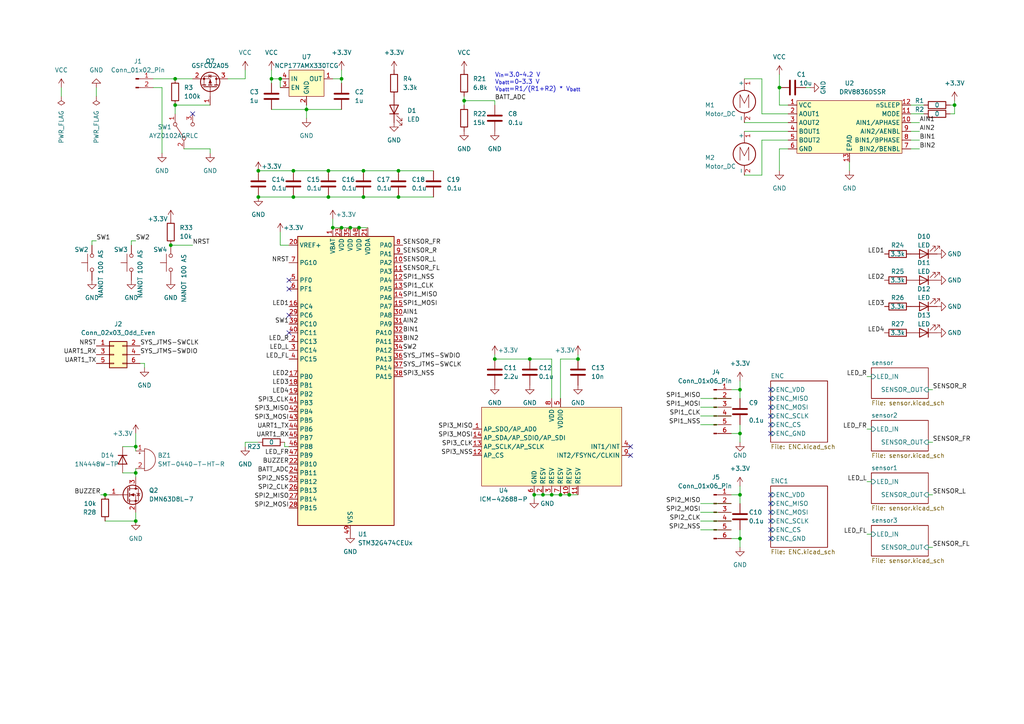
<source format=kicad_sch>
(kicad_sch (version 20230121) (generator eeschema)
  (paper "A4")
  (lib_symbols
    (symbol "Connector:Conn_01x02_Pin" (pin_names (offset 1.016) hide)
      (property "Reference" "J" (at 0 2.54 0))
      (property "Value" "Conn_01x02_Pin" (at 0 -5.08 0))
      (symbol "Conn_01x02_Pin_1_1"
        (pin passive line (at 5.08 0 180) (length 3.81) (name "Pin_1") (number "1"))
        (pin passive line (at 5.08 -2.54 180) (length 3.81) (name "Pin_2") (number "2"))
      )
    )
    (symbol "Connector:Conn_01x06_Pin" (pin_names (offset 1.016) hide)
      (property "Reference" "J" (at 0 7.62 0))
      (property "Value" "Conn_01x06_Pin" (at 0 -10.16 0))
      (symbol "Conn_01x06_Pin_1_1"
        (pin passive line (at 5.08 5.08 180) (length 3.81) (name "Pin_1") (number "1"))
        (pin passive line (at 5.08 2.54 180) (length 3.81) (name "Pin_2") (number "2"))
        (pin passive line (at 5.08 0 180) (length 3.81) (name "Pin_3") (number "3"))
        (pin passive line (at 5.08 -2.54 180) (length 3.81) (name "Pin_4") (number "4"))
        (pin passive line (at 5.08 -5.08 180) (length 3.81) (name "Pin_5") (number "5"))
        (pin passive line (at 5.08 -7.62 180) (length 3.81) (name "Pin_6") (number "6"))
      )
    )
    (symbol "Connector_Generic:Conn_02x03_Odd_Even" (pin_names (offset 1.016) hide)
      (property "Reference" "J" (at 1.27 5.08 0))
      (property "Value" "Conn_02x03_Odd_Even" (at 1.27 -5.08 0))
      (symbol "Conn_02x03_Odd_Even_1_1"
        (pin passive line (at -5.08 2.54 0) (length 3.81) (name "Pin_1") (number "1"))
        (pin passive line (at 7.62 2.54 180) (length 3.81) (name "Pin_2") (number "2"))
        (pin passive line (at -5.08 0 0) (length 3.81) (name "Pin_3") (number "3"))
        (pin passive line (at 7.62 0 180) (length 3.81) (name "Pin_4") (number "4"))
        (pin passive line (at -5.08 -2.54 0) (length 3.81) (name "Pin_5") (number "5"))
        (pin passive line (at 7.62 -2.54 180) (length 3.81) (name "Pin_6") (number "6"))
      )
    )
    (symbol "Device:Buzzer" (pin_names (offset 0.0254) hide)
      (property "Reference" "BZ" (at 3.81 1.27 0))
      (property "Value" "Buzzer" (at 3.81 -1.27 0))
      (symbol "Buzzer_1_1"
        (pin passive line (at -2.54 2.54 0) (length 2.54) (name "-") (number "1"))
        (pin passive line (at -2.54 -2.54 0) (length 2.54) (name "+") (number "2"))
      )
    )
    (symbol "Device:C" (pin_numbers hide) (pin_names (offset 0.254))
      (property "Reference" "C" (at 0.635 2.54 0))
      (property "Value" "C" (at 0.635 -2.54 0))
      (symbol "C_1_1"
        (pin passive line (at 0 3.81 270) (length 2.794) (name "~") (number "1"))
        (pin passive line (at 0 -3.81 90) (length 2.794) (name "~") (number "2"))
      )
    )
    (symbol "Device:D" (pin_numbers hide) (pin_names (offset 1.016) hide)
      (property "Reference" "D" (at 0 2.54 0))
      (property "Value" "D" (at 0 -2.54 0))
      (symbol "D_1_1"
        (pin passive line (at -3.81 0 0) (length 2.54) (name "K") (number "1"))
        (pin passive line (at 3.81 0 180) (length 2.54) (name "A") (number "2"))
      )
    )
    (symbol "Device:LED" (pin_numbers hide) (pin_names (offset 1.016) hide)
      (property "Reference" "D" (at 0 2.54 0))
      (property "Value" "LED" (at 0 -2.54 0))
      (symbol "LED_1_1"
        (pin passive line (at -3.81 0 0) (length 2.54) (name "K") (number "1"))
        (pin passive line (at 3.81 0 180) (length 2.54) (name "A") (number "2"))
      )
    )
    (symbol "Device:Q_NMOS_GSD" (pin_names (offset 0) hide)
      (property "Reference" "Q" (at 5.08 1.27 0))
      (property "Value" "Q_NMOS_GSD" (at 5.08 -1.27 0))
      (symbol "Q_NMOS_GSD_1_1"
        (pin input line (at -5.08 0 0) (length 2.54) (name "G") (number "1"))
        (pin passive line (at 2.54 -5.08 90) (length 2.54) (name "S") (number "2"))
        (pin passive line (at 2.54 5.08 270) (length 2.54) (name "D") (number "3"))
      )
    )
    (symbol "Device:Q_PMOS_GSD" (pin_names (offset 0) hide)
      (property "Reference" "Q" (at 5.08 1.27 0))
      (property "Value" "Q_PMOS_GSD" (at 5.08 -1.27 0))
      (symbol "Q_PMOS_GSD_1_1"
        (pin input line (at -5.08 0 0) (length 2.54) (name "G") (number "1"))
        (pin passive line (at 2.54 -5.08 90) (length 2.54) (name "S") (number "2"))
        (pin passive line (at 2.54 5.08 270) (length 2.54) (name "D") (number "3"))
      )
    )
    (symbol "Device:R" (pin_numbers hide) (pin_names (offset 0))
      (property "Reference" "R" (at 2.032 0 90))
      (property "Value" "R" (at 0 0 90))
      (symbol "R_1_1"
        (pin passive line (at 0 3.81 270) (length 1.27) (name "~") (number "1"))
        (pin passive line (at 0 -3.81 90) (length 1.27) (name "~") (number "2"))
      )
    )
    (symbol "MCU_ST_STM32G4:STM32G474CEUx"
      (property "Reference" "U" (at -12.7 44.45 0))
      (property "Value" "STM32G474CEUx" (at 10.16 44.45 0))
      (symbol "STM32G474CEUx_1_1"
        (pin power_in line (at -2.54 45.72 270) (length 2.54) (name "VBAT") (number "1"))
        (pin bidirectional line (at 17.78 35.56 180) (length 2.54) (name "PA2") (number "10"))
        (pin bidirectional line (at 17.78 33.02 180) (length 2.54) (name "PA3") (number "11"))
        (pin bidirectional line (at 17.78 30.48 180) (length 2.54) (name "PA4") (number "12"))
        (pin bidirectional line (at 17.78 27.94 180) (length 2.54) (name "PA5") (number "13"))
        (pin bidirectional line (at 17.78 25.4 180) (length 2.54) (name "PA6") (number "14"))
        (pin bidirectional line (at 17.78 22.86 180) (length 2.54) (name "PA7") (number "15"))
        (pin bidirectional line (at -15.24 22.86 0) (length 2.54) (name "PC4") (number "16"))
        (pin bidirectional line (at -15.24 2.54 0) (length 2.54) (name "PB0") (number "17"))
        (pin bidirectional line (at -15.24 0 0) (length 2.54) (name "PB1") (number "18"))
        (pin bidirectional line (at -15.24 -2.54 0) (length 2.54) (name "PB2") (number "19"))
        (pin bidirectional line (at -15.24 12.7 0) (length 2.54) (name "PC13") (number "2"))
        (pin input line (at -15.24 40.64 0) (length 2.54) (name "VREF+") (number "20"))
        (pin power_in line (at 7.62 45.72 270) (length 2.54) (name "VDDA") (number "21"))
        (pin bidirectional line (at -15.24 -22.86 0) (length 2.54) (name "PB10") (number "22"))
        (pin power_in line (at 0 45.72 270) (length 2.54) (name "VDD") (number "23"))
        (pin bidirectional line (at -15.24 -25.4 0) (length 2.54) (name "PB11") (number "24"))
        (pin bidirectional line (at -15.24 -27.94 0) (length 2.54) (name "PB12") (number "25"))
        (pin bidirectional line (at -15.24 -30.48 0) (length 2.54) (name "PB13") (number "26"))
        (pin bidirectional line (at -15.24 -33.02 0) (length 2.54) (name "PB14") (number "27"))
        (pin bidirectional line (at -15.24 -35.56 0) (length 2.54) (name "PB15") (number "28"))
        (pin bidirectional line (at -15.24 20.32 0) (length 2.54) (name "PC6") (number "29"))
        (pin bidirectional line (at -15.24 10.16 0) (length 2.54) (name "PC14") (number "3"))
        (pin bidirectional line (at 17.78 20.32 180) (length 2.54) (name "PA8") (number "30"))
        (pin bidirectional line (at 17.78 17.78 180) (length 2.54) (name "PA9") (number "31"))
        (pin bidirectional line (at 17.78 15.24 180) (length 2.54) (name "PA10") (number "32"))
        (pin bidirectional line (at 17.78 12.7 180) (length 2.54) (name "PA11") (number "33"))
        (pin bidirectional line (at 17.78 10.16 180) (length 2.54) (name "PA12") (number "34"))
        (pin power_in line (at 2.54 45.72 270) (length 2.54) (name "VDD") (number "35"))
        (pin bidirectional line (at 17.78 7.62 180) (length 2.54) (name "PA13") (number "36"))
        (pin bidirectional line (at 17.78 5.08 180) (length 2.54) (name "PA14") (number "37"))
        (pin bidirectional line (at 17.78 2.54 180) (length 2.54) (name "PA15") (number "38"))
        (pin bidirectional line (at -15.24 17.78 0) (length 2.54) (name "PC10") (number "39"))
        (pin bidirectional line (at -15.24 7.62 0) (length 2.54) (name "PC15") (number "4"))
        (pin bidirectional line (at -15.24 15.24 0) (length 2.54) (name "PC11") (number "40"))
        (pin bidirectional line (at -15.24 -5.08 0) (length 2.54) (name "PB3") (number "41"))
        (pin bidirectional line (at -15.24 -7.62 0) (length 2.54) (name "PB4") (number "42"))
        (pin bidirectional line (at -15.24 -10.16 0) (length 2.54) (name "PB5") (number "43"))
        (pin bidirectional line (at -15.24 -12.7 0) (length 2.54) (name "PB6") (number "44"))
        (pin bidirectional line (at -15.24 -15.24 0) (length 2.54) (name "PB7") (number "45"))
        (pin bidirectional line (at -15.24 -17.78 0) (length 2.54) (name "PB8") (number "46"))
        (pin bidirectional line (at -15.24 -20.32 0) (length 2.54) (name "PB9") (number "47"))
        (pin power_in line (at 5.08 45.72 270) (length 2.54) (name "VDD") (number "48"))
        (pin power_in line (at 2.54 -43.18 90) (length 2.54) (name "VSS") (number "49"))
        (pin bidirectional line (at -15.24 30.48 0) (length 2.54) (name "PF0") (number "5"))
        (pin bidirectional line (at -15.24 27.94 0) (length 2.54) (name "PF1") (number "6"))
        (pin bidirectional line (at -15.24 35.56 0) (length 2.54) (name "PG10") (number "7"))
        (pin bidirectional line (at 17.78 40.64 180) (length 2.54) (name "PA0") (number "8"))
        (pin bidirectional line (at 17.78 38.1 180) (length 2.54) (name "PA1") (number "9"))
      )
    )
    (symbol "Motor:Motor_DC" (pin_names (offset 0))
      (property "Reference" "M" (at 2.54 2.54 0))
      (property "Value" "Motor_DC" (at 2.54 -5.08 0))
      (symbol "Motor_DC_1_1"
        (pin passive line (at 0 5.08 270) (length 2.54) (name "+") (number "1"))
        (pin passive line (at 0 -7.62 90) (length 2.54) (name "-") (number "2"))
      )
    )
    (symbol "Switch:SW_Push" (pin_numbers hide) (pin_names (offset 1.016) hide)
      (property "Reference" "SW" (at 1.27 2.54 0))
      (property "Value" "SW_Push" (at 0 -1.524 0))
      (symbol "SW_Push_0_1"
        (pin passive line (at -5.08 0 0) (length 2.54) (name "1") (number "1"))
        (pin passive line (at 5.08 0 180) (length 2.54) (name "2") (number "2"))
      )
    )
    (symbol "Switch:SW_SPDT" (pin_names (offset 0) hide)
      (property "Reference" "SW" (at 0 4.318 0))
      (property "Value" "SW_SPDT" (at 0 -5.08 0))
      (symbol "SW_SPDT_1_1"
        (pin passive line (at 5.08 2.54 180) (length 2.54) (name "A") (number "1"))
        (pin passive line (at -5.08 0 0) (length 2.54) (name "B") (number "2"))
        (pin passive line (at 5.08 -2.54 180) (length 2.54) (name "C") (number "3"))
      )
    )
    (symbol "micromouse:DRV8836DSSR"
      (property "Reference" "U" (at 0 2.54 0))
      (property "Value" "DRV8836DSSR" (at -3.81 0 0))
      (symbol "DRV8836DSSR_1_1"
        (pin input line (at -17.78 0 0) (length 2.54) (name "VCC") (number "1"))
        (pin input line (at 17.78 -5.08 180) (length 2.54) (name "AIN1/APHASE") (number "10"))
        (pin input line (at 17.78 -2.54 180) (length 2.54) (name "MODE") (number "11"))
        (pin input line (at 17.78 0 180) (length 2.54) (name "nSLEEP") (number "12"))
        (pin input line (at 0 -16.51 90) (length 2.54) (name "EPAD") (number "13"))
        (pin input line (at -17.78 -2.54 0) (length 2.54) (name "AOUT1") (number "2"))
        (pin input line (at -17.78 -5.08 0) (length 2.54) (name "AOUT2") (number "3"))
        (pin input line (at -17.78 -7.62 0) (length 2.54) (name "BOUT1") (number "4"))
        (pin input line (at -17.78 -10.16 0) (length 2.54) (name "BOUT2") (number "5"))
        (pin input line (at -17.78 -12.7 0) (length 2.54) (name "GND") (number "6"))
        (pin input line (at 17.78 -12.7 180) (length 2.54) (name "BIN2/BENBL") (number "7"))
        (pin input line (at 17.78 -10.16 180) (length 2.54) (name "BIN1/BPHASE") (number "8"))
        (pin input line (at 17.78 -7.62 180) (length 2.54) (name "AIN2/AENBL") (number "9"))
      )
    )
    (symbol "micromouse:ICM-42688-P"
      (property "Reference" "U" (at -17.78 13.97 0))
      (property "Value" "ICM-42688-P" (at 0 11.43 0))
      (symbol "ICM-42688-P_1_1"
        (pin output line (at -22.86 5.08 0) (length 2.54) (name "AP_SDO/AP_AD0") (number "1"))
        (pin input line (at 5.08 -13.97 90) (length 2.54) (name "RESV") (number "10"))
        (pin input line (at 7.62 -13.97 90) (length 2.54) (name "RESV") (number "11"))
        (pin input line (at -22.86 -2.54 0) (length 2.54) (name "AP_CS") (number "12"))
        (pin input line (at -22.86 0 0) (length 2.54) (name "AP_SCLK/AP_SCLK") (number "13"))
        (pin input line (at -22.86 2.54 0) (length 2.54) (name "AP_SDA/AP_SDIO/AP_SDI") (number "14"))
        (pin input line (at -2.54 -13.97 90) (length 2.54) (name "RESV") (number "2"))
        (pin input line (at 0 -13.97 90) (length 2.54) (name "RESV") (number "3"))
        (pin input line (at 22.86 0 180) (length 2.54) (name "INT1/INT") (number "4"))
        (pin power_in line (at 2.54 13.97 270) (length 2.54) (name "VDDIO") (number "5"))
        (pin power_in line (at -5.08 -13.97 90) (length 2.54) (name "GND") (number "6"))
        (pin input line (at 2.54 -13.97 90) (length 2.54) (name "RESV") (number "7"))
        (pin power_in line (at 0 13.97 270) (length 2.54) (name "VDD") (number "8"))
        (pin input line (at 22.86 -2.54 180) (length 2.54) (name "INT2/FSYNC/CLKIN") (number "9"))
      )
    )
    (symbol "micromouse:NCP177AMX330TCG"
      (property "Reference" "U" (at 0 5.08 0))
      (property "Value" "NCP177AMX330TCG" (at 11.43 5.08 0))
      (symbol "NCP177AMX330TCG_1_1"
        (pin power_out line (at 7.62 0 180) (length 2.54) (name "OUT") (number "1"))
        (pin power_in line (at 0 -7.62 90) (length 2.54) (name "GND") (number "2"))
        (pin input line (at -7.62 -2.54 0) (length 2.54) (name "EN") (number "3"))
        (pin power_in line (at -7.62 0 0) (length 2.54) (name "IN") (number "4"))
      )
    )
    (symbol "power:+3.3V" (power) (pin_names (offset 0))
      (property "Value" "+3.3V" (at 0 3.556 0))
      (symbol "+3.3V_1_1"
        (pin power_in line (at 0 0 90) (length 0) hide (name "+3.3V") (number "1"))
      )
    )
    (symbol "power:GND" (power) (pin_names (offset 0))
      (property "Value" "GND" (at 0 -3.81 0))
      (symbol "GND_1_1"
        (pin power_in line (at 0 0 270) (length 0) hide (name "GND") (number "1"))
      )
    )
    (symbol "power:PWR_FLAG" (power) (pin_numbers hide) (pin_names (offset 0) hide)
      (property "Value" "PWR_FLAG" (at 0 3.81 0))
      (symbol "PWR_FLAG_0_0"
        (pin power_out line (at 0 0 90) (length 0) (name "pwr") (number "1"))
      )
    )
    (symbol "power:VCC" (power) (pin_names (offset 0))
      (property "Value" "VCC" (at 0 3.81 0))
      (symbol "VCC_1_1"
        (pin power_in line (at 0 0 90) (length 0) hide (name "VCC") (number "1"))
      )
    )
  )
  (junction (at 99.06 22.86))
  (junction (at 30.48 143.51))
  (junction (at 167.64 104.14))
  (junction (at 39.37 129.54))
  (junction (at 104.14 66.04))
  (junction (at 85.09 57.15))
  (junction (at 214.63 113.03))
  (junction (at 157.48 143.51))
  (junction (at 165.1 143.51))
  (junction (at 143.51 104.14))
  (junction (at 95.25 57.15))
  (junction (at 78.74 22.86))
  (junction (at 115.57 57.15))
  (junction (at 85.09 49.53))
  (junction (at 214.63 125.73))
  (junction (at 99.06 66.04))
  (junction (at 162.56 143.51))
  (junction (at 105.41 49.53))
  (junction (at 160.02 143.51))
  (junction (at 96.52 66.04))
  (junction (at 214.63 143.51))
  (junction (at 115.57 49.53))
  (junction (at 49.53 71.12))
  (junction (at 88.9 31.75))
  (junction (at 134.62 29.21))
  (junction (at 153.67 104.14))
  (junction (at 105.41 57.15))
  (junction (at 214.63 156.21))
  (junction (at 154.94 143.51))
  (junction (at 50.8 22.86))
  (junction (at 95.25 49.53))
  (junction (at 226.06 25.4))
  (junction (at 81.28 22.86))
  (junction (at 39.37 151.13))
  (junction (at 39.37 137.16))
  (junction (at 50.8 30.48))
  (junction (at 276.86 30.48))
  (junction (at 101.6 66.04))
  (junction (at 74.93 49.53))
  (junction (at 74.93 57.15))
  (no_connect (at 223.52 146.05))
  (no_connect (at 182.88 129.54))
  (no_connect (at 223.52 115.57))
  (no_connect (at 83.82 91.44))
  (no_connect (at 223.52 125.73))
  (no_connect (at 83.82 83.82))
  (no_connect (at 83.82 81.28))
  (no_connect (at 83.82 96.52))
  (no_connect (at 182.88 132.08))
  (no_connect (at 223.52 123.19))
  (no_connect (at 223.52 153.67))
  (no_connect (at 223.52 118.11))
  (no_connect (at 55.88 33.02))
  (no_connect (at 223.52 151.13))
  (no_connect (at 223.52 156.21))
  (no_connect (at 223.52 148.59))
  (no_connect (at 223.52 113.03))
  (no_connect (at 223.52 143.51))
  (no_connect (at 223.52 120.65))
  (wire (pts (xy 99.06 20.32) (xy 99.06 22.86)))
  (wire (pts (xy 81.28 22.86) (xy 81.28 25.4)))
  (wire (pts (xy 228.6 30.48) (xy 226.06 30.48)))
  (wire (pts (xy 160.02 143.51) (xy 157.48 143.51)))
  (wire (pts (xy 203.2 120.65) (xy 212.09 120.65)))
  (wire (pts (xy 269.24 143.51) (xy 270.51 143.51)))
  (wire (pts (xy 78.74 20.32) (xy 78.74 22.86)))
  (wire (pts (xy 154.94 143.51) (xy 154.94 144.78)))
  (wire (pts (xy 29.21 143.51) (xy 30.48 143.51)))
  (wire (pts (xy 264.16 30.48) (xy 267.97 30.48)))
  (wire (pts (xy 203.2 153.67) (xy 212.09 153.67)))
  (wire (pts (xy 212.09 125.73) (xy 214.63 125.73)))
  (wire (pts (xy 203.2 115.57) (xy 212.09 115.57)))
  (wire (pts (xy 55.88 71.12) (xy 49.53 71.12)))
  (wire (pts (xy 50.8 22.86) (xy 55.88 22.86)))
  (wire (pts (xy 41.91 105.41) (xy 41.91 106.68)))
  (wire (pts (xy 81.28 67.31) (xy 81.28 71.12)))
  (wire (pts (xy 162.56 143.51) (xy 160.02 143.51)))
  (wire (pts (xy 269.24 128.27) (xy 270.51 128.27)))
  (wire (pts (xy 276.86 30.48) (xy 276.86 29.21)))
  (wire (pts (xy 85.09 57.15) (xy 95.25 57.15)))
  (wire (pts (xy 50.8 30.48) (xy 60.96 30.48)))
  (wire (pts (xy 264.16 40.64) (xy 266.7 40.64)))
  (wire (pts (xy 214.63 110.49) (xy 214.63 113.03)))
  (wire (pts (xy 96.52 66.04) (xy 99.06 66.04)))
  (wire (pts (xy 27.94 69.85) (xy 26.67 69.85)))
  (wire (pts (xy 220.98 33.02) (xy 220.98 22.86)))
  (wire (pts (xy 88.9 31.75) (xy 99.06 31.75)))
  (wire (pts (xy 269.24 158.75) (xy 270.51 158.75)))
  (wire (pts (xy 39.37 125.73) (xy 39.37 129.54)))
  (wire (pts (xy 60.96 43.18) (xy 60.96 44.45)))
  (wire (pts (xy 71.12 22.86) (xy 66.04 22.86)))
  (wire (pts (xy 105.41 57.15) (xy 115.57 57.15)))
  (wire (pts (xy 226.06 25.4) (xy 226.06 30.48)))
  (wire (pts (xy 71.12 128.27) (xy 74.93 128.27)))
  (wire (pts (xy 134.62 27.94) (xy 134.62 29.21)))
  (wire (pts (xy 215.9 35.56) (xy 228.6 35.56)))
  (wire (pts (xy 167.64 143.51) (xy 165.1 143.51)))
  (wire (pts (xy 212.09 143.51) (xy 214.63 143.51)))
  (wire (pts (xy 105.41 49.53) (xy 115.57 49.53)))
  (wire (pts (xy 251.46 124.46) (xy 252.73 124.46)))
  (wire (pts (xy 82.55 129.54) (xy 83.82 129.54)))
  (wire (pts (xy 214.63 156.21) (xy 214.63 158.75)))
  (wire (pts (xy 71.12 129.54) (xy 71.12 128.27)))
  (wire (pts (xy 226.06 43.18) (xy 228.6 43.18)))
  (wire (pts (xy 269.24 113.03) (xy 270.51 113.03)))
  (wire (pts (xy 228.6 40.64) (xy 220.98 40.64)))
  (wire (pts (xy 160.02 115.57) (xy 160.02 104.14)))
  (wire (pts (xy 99.06 22.86) (xy 96.52 22.86)))
  (wire (pts (xy 162.56 115.57) (xy 162.56 104.14)))
  (wire (pts (xy 203.2 148.59) (xy 212.09 148.59)))
  (wire (pts (xy 162.56 104.14) (xy 167.64 104.14)))
  (wire (pts (xy 26.67 69.85) (xy 26.67 71.12)))
  (wire (pts (xy 203.2 118.11) (xy 212.09 118.11)))
  (wire (pts (xy 226.06 49.53) (xy 226.06 43.18)))
  (wire (pts (xy 246.38 46.99) (xy 246.38 49.53)))
  (wire (pts (xy 39.37 135.89) (xy 39.37 137.16)))
  (wire (pts (xy 212.09 156.21) (xy 214.63 156.21)))
  (wire (pts (xy 251.46 139.7) (xy 252.73 139.7)))
  (wire (pts (xy 160.02 104.14) (xy 153.67 104.14)))
  (wire (pts (xy 233.68 25.4) (xy 234.95 25.4)))
  (wire (pts (xy 203.2 123.19) (xy 212.09 123.19)))
  (wire (pts (xy 264.16 35.56) (xy 266.7 35.56)))
  (wire (pts (xy 143.51 102.87) (xy 143.51 104.14)))
  (wire (pts (xy 214.63 125.73) (xy 214.63 128.27)))
  (wire (pts (xy 214.63 123.19) (xy 214.63 125.73)))
  (wire (pts (xy 46.99 44.45) (xy 46.99 25.4)))
  (wire (pts (xy 226.06 21.59) (xy 226.06 25.4)))
  (wire (pts (xy 71.12 20.32) (xy 71.12 22.86)))
  (wire (pts (xy 214.63 143.51) (xy 214.63 146.05)))
  (wire (pts (xy 215.9 38.1) (xy 228.6 38.1)))
  (wire (pts (xy 96.52 63.5) (xy 96.52 66.04)))
  (wire (pts (xy 101.6 66.04) (xy 104.14 66.04)))
  (wire (pts (xy 99.06 22.86) (xy 99.06 24.13)))
  (wire (pts (xy 264.16 43.18) (xy 266.7 43.18)))
  (wire (pts (xy 81.28 71.12) (xy 83.82 71.12)))
  (wire (pts (xy 38.1 69.85) (xy 38.1 71.12)))
  (wire (pts (xy 143.51 29.21) (xy 134.62 29.21)))
  (wire (pts (xy 214.63 140.97) (xy 214.63 143.51)))
  (wire (pts (xy 39.37 151.13) (xy 39.37 148.59)))
  (wire (pts (xy 46.99 25.4) (xy 44.45 25.4)))
  (wire (pts (xy 214.63 113.03) (xy 214.63 115.57)))
  (wire (pts (xy 157.48 143.51) (xy 154.94 143.51)))
  (wire (pts (xy 104.14 66.04) (xy 106.68 66.04)))
  (wire (pts (xy 228.6 33.02) (xy 220.98 33.02)))
  (wire (pts (xy 74.93 49.53) (xy 85.09 49.53)))
  (wire (pts (xy 165.1 143.51) (xy 162.56 143.51)))
  (wire (pts (xy 276.86 33.02) (xy 276.86 30.48)))
  (wire (pts (xy 220.98 22.86) (xy 215.9 22.86)))
  (wire (pts (xy 134.62 29.21) (xy 134.62 30.48)))
  (wire (pts (xy 39.37 69.85) (xy 38.1 69.85)))
  (wire (pts (xy 203.2 151.13) (xy 212.09 151.13)))
  (wire (pts (xy 74.93 57.15) (xy 85.09 57.15)))
  (wire (pts (xy 212.09 113.03) (xy 214.63 113.03)))
  (wire (pts (xy 264.16 38.1) (xy 266.7 38.1)))
  (wire (pts (xy 275.59 30.48) (xy 276.86 30.48)))
  (wire (pts (xy 30.48 143.51) (xy 31.75 143.51)))
  (wire (pts (xy 220.98 40.64) (xy 220.98 50.8)))
  (wire (pts (xy 88.9 31.75) (xy 88.9 34.29)))
  (wire (pts (xy 85.09 49.53) (xy 95.25 49.53)))
  (wire (pts (xy 82.55 128.27) (xy 82.55 129.54)))
  (wire (pts (xy 99.06 66.04) (xy 101.6 66.04)))
  (wire (pts (xy 44.45 22.86) (xy 50.8 22.86)))
  (wire (pts (xy 78.74 22.86) (xy 78.74 24.13)))
  (wire (pts (xy 167.64 102.87) (xy 167.64 104.14)))
  (wire (pts (xy 115.57 49.53) (xy 125.73 49.53)))
  (wire (pts (xy 88.9 30.48) (xy 88.9 31.75)))
  (wire (pts (xy 50.8 33.02) (xy 50.8 30.48)))
  (wire (pts (xy 95.25 57.15) (xy 105.41 57.15)))
  (wire (pts (xy 115.57 57.15) (xy 125.73 57.15)))
  (wire (pts (xy 53.34 43.18) (xy 60.96 43.18)))
  (wire (pts (xy 40.64 105.41) (xy 41.91 105.41)))
  (wire (pts (xy 35.56 129.54) (xy 39.37 129.54)))
  (wire (pts (xy 143.51 30.48) (xy 143.51 29.21)))
  (wire (pts (xy 251.46 154.94) (xy 252.73 154.94)))
  (wire (pts (xy 30.48 151.13) (xy 39.37 151.13)))
  (wire (pts (xy 203.2 146.05) (xy 212.09 146.05)))
  (wire (pts (xy 78.74 22.86) (xy 81.28 22.86)))
  (wire (pts (xy 35.56 137.16) (xy 39.37 137.16)))
  (wire (pts (xy 264.16 33.02) (xy 267.97 33.02)))
  (wire (pts (xy 39.37 137.16) (xy 39.37 138.43)))
  (wire (pts (xy 95.25 49.53) (xy 105.41 49.53)))
  (wire (pts (xy 214.63 153.67) (xy 214.63 156.21)))
  (wire (pts (xy 27.94 27.94) (xy 27.94 25.4)))
  (wire (pts (xy 251.46 109.22) (xy 252.73 109.22)))
  (wire (pts (xy 220.98 50.8) (xy 215.9 50.8)))
  (wire (pts (xy 39.37 129.54) (xy 39.37 130.81)))
  (wire (pts (xy 78.74 31.75) (xy 88.9 31.75)))
  (wire (pts (xy 153.67 104.14) (xy 143.51 104.14)))
  (wire (pts (xy 17.78 25.4) (xy 17.78 27.94)))
  (wire (pts (xy 275.59 33.02) (xy 276.86 33.02)))
  (text "V_{in}=3.0~4.2 V\nV_{batt}=0~3.3 V\nV_{batt}=R1/(R1+R2) * V_{batt}" (at 143.51 26.67 0) (effects (font (size 1.27 1.27)) (justify left bottom)))
  (label "SPI1_CLK" (at 203.2 120.65 180))
  (label "LED_FL" (at 83.82 104.14 180))
  (label "SENSOR_L" (at 270.51 143.51 0))
  (label "SPI1_MISO" (at 116.84 86.36 0))
  (label "LED_L" (at 83.82 101.6 180))
  (label "LED2" (at 83.82 109.22 180))
  (label "LED3" (at 83.82 111.76 180))
  (label "SENSOR_FR" (at 270.51 128.27 0))
  (label "SYS_JTMS-SWDIO" (at 40.64 102.87 0))
  (label "LED_FL" (at 251.46 154.94 180))
  (label "NRST" (at 27.94 100.33 180))
  (label "LED_R" (at 83.82 99.06 180))
  (label "LED2" (at 256.54 81.28 180))
  (label "LED_FR" (at 83.82 132.08 180))
  (label "LED_FR" (at 251.46 124.46 180))
  (label "LED1" (at 83.82 88.9 180))
  (label "SPI2_CLK" (at 203.2 151.13 180))
  (label "SW2" (at 39.37 69.85 0))
  (label "SENSOR_FR" (at 116.84 71.12 0))
  (label "SPI3_MISO" (at 137.16 124.46 180))
  (label "SPI2_CLK" (at 83.82 142.24 180))
  (label "LED4" (at 83.82 114.3 180))
  (label "SPI2_NSS" (at 203.2 153.67 180))
  (label "SPI2_NSS" (at 83.82 139.7 180))
  (label "SENSOR_R" (at 270.51 113.03 0))
  (label "SENSOR_L" (at 116.84 76.2 0))
  (label "NRST" (at 55.88 71.12 0))
  (label "LED_R" (at 251.46 109.22 180))
  (label "AIN2" (at 266.7 38.1 0))
  (label "BIN2" (at 116.84 99.06 0))
  (label "BATT_ADC" (at 83.82 137.16 180))
  (label "BIN1" (at 266.7 40.64 0))
  (label "UART1_RX" (at 27.94 102.87 180))
  (label "BIN2" (at 266.7 43.18 0))
  (label "LED1" (at 256.54 73.66 180))
  (label "SYS_JTMS-SWCLK" (at 116.84 106.68 0))
  (label "SPI3_MOSI" (at 83.82 121.92 180))
  (label "UART1_TX" (at 27.94 105.41 180))
  (label "SENSOR_FL" (at 270.51 158.75 0))
  (label "SPI1_MISO" (at 203.2 115.57 180))
  (label "SPI1_NSS" (at 116.84 81.28 0))
  (label "SPI1_CLK" (at 116.84 83.82 0))
  (label "SW2" (at 116.84 101.6 0))
  (label "SPI3_MOSI" (at 137.16 127 180))
  (label "SPI1_MOSI" (at 203.2 118.11 180))
  (label "BIN1" (at 116.84 96.52 0))
  (label "SW1" (at 27.94 69.85 0))
  (label "SPI2_MISO" (at 83.82 144.78 180))
  (label "SYS_JTMS-SWCLK" (at 40.64 100.33 0))
  (label "SPI3_NSS" (at 116.84 109.22 0))
  (label "NRST" (at 83.82 76.2 180))
  (label "SPI3_MISO" (at 83.82 119.38 180))
  (label "BUZZER" (at 29.21 143.51 180))
  (label "SYS_JTMS-SWDIO" (at 116.84 104.14 0))
  (label "SPI2_MISO" (at 203.2 146.05 180))
  (label "LED_L" (at 251.46 139.7 180))
  (label "SPI3_NSS" (at 137.16 132.08 180))
  (label "BUZZER" (at 83.82 134.62 180))
  (label "SENSOR_R" (at 116.84 73.66 0))
  (label "AIN1" (at 116.84 91.44 0))
  (label "SPI1_NSS" (at 203.2 123.19 180))
  (label "AIN2" (at 116.84 93.98 0))
  (label "AIN1" (at 266.7 35.56 0))
  (label "LED4" (at 256.54 96.52 180))
  (label "UART1_TX" (at 83.82 124.46 180))
  (label "SPI3_CLK" (at 83.82 116.84 180))
  (label "LED3" (at 256.54 88.9 180))
  (label "BATT_ADC" (at 143.51 29.21 0))
  (label "SENSOR_FL" (at 116.84 78.74 0))
  (label "UART1_RX" (at 83.82 127 180))
  (label "SPI2_MOSI" (at 203.2 148.59 180))
  (label "SPI2_MOSI" (at 83.82 147.32 180))
  (label "SPI3_CLK" (at 137.16 129.54 180))
  (label "SPI1_MOSI" (at 116.84 88.9 0))
  (label "SW1" (at 83.82 93.98 180))
  (symbol (lib_id "Device:C") (at 105.41 53.34 0) (unit 1)
    (property "Reference" "C17" (at 109.22 52.07 0) (effects (justify left)))
    (property "Value" "0.1u" (at 109.22 54.61 0) (effects (justify left)))
    (property "Footprint" "Capacitor_SMD:C_0402_1005Metric" (effects hide))
  )
  (symbol (lib_id "power:VCC") (at 17.78 25.4 0) (unit 1)
    (property "Reference" "#PWR08" (effects hide))
    (property "Value" "VCC" (at 17.78 20.32 0))
  )
  (symbol (lib_id "Device:C") (at 214.63 119.38 0) (unit 1)
    (property "Reference" "C9" (at 217.17 116.84 0) (effects (justify left)))
    (property "Value" "0.1u" (at 217.17 121.92 0) (effects (justify left)))
    (property "Footprint" "Capacitor_SMD:C_0402_1005Metric" (effects hide))
  )
  (symbol (lib_id "power:GND") (at 234.95 25.4 90) (unit 1)
    (property "Reference" "#PWR04" (effects hide))
    (property "Value" "GND" (at 238.76 25.4 0))
  )
  (symbol (lib_id "Device:C") (at 143.51 34.29 0) (unit 1)
    (property "Reference" "C8" (at 147.32 33.02 0) (effects (justify left)))
    (property "Value" "0.1u" (at 147.32 35.56 0) (effects (justify left)))
    (property "Footprint" "Capacitor_SMD:C_0402_1005Metric" (effects hide))
  )
  (symbol (lib_id "power:GND") (at 167.64 111.76 0) (unit 1)
    (property "Reference" "#PWR052" (effects hide))
    (property "Value" "GND" (at 167.64 116.84 0))
  )
  (symbol (lib_id "power:GND") (at 39.37 151.13 0) (unit 1)
    (property "Reference" "#PWR058" (effects hide))
    (property "Value" "GND" (at 39.37 156.21 0))
  )
  (symbol (lib_id "power:GND") (at 153.67 111.76 0) (unit 1)
    (property "Reference" "#PWR051" (effects hide))
    (property "Value" "GND" (at 153.67 116.84 0))
  )
  (symbol (lib_id "power:PWR_FLAG") (at 17.78 27.94 180) (unit 1)
    (property "Reference" "#FLG01" (effects hide))
    (property "Value" "PWR_FLAG" (at 17.78 36.83 90))
  )
  (symbol (lib_id "power:GND") (at 143.51 111.76 0) (unit 1)
    (property "Reference" "#PWR050" (effects hide))
    (property "Value" "GND" (at 143.51 116.84 0))
  )
  (symbol (lib_id "Motor:Motor_DC") (at 215.9 27.94 0) (unit 1)
    (property "Reference" "M1" (at 204.47 30.48 0) (effects (justify left)))
    (property "Value" "Motor_DC" (at 204.47 33.02 0) (effects (justify left)))
    (property "Footprint" "micromouse:Motor_PAD" (effects hide))
  )
  (symbol (lib_id "Device:R") (at 271.78 33.02 90) (unit 1)
    (property "Reference" "R2" (at 266.7 31.75 90))
    (property "Value" "0" (at 271.78 33.02 90))
    (property "Footprint" "Resistor_SMD:R_0402_1005Metric" (effects hide))
  )
  (symbol (lib_id "Device:R") (at 49.53 67.31 0) (unit 1)
    (property "Reference" "R33" (at 52.07 66.04 0) (effects (justify left)))
    (property "Value" "10k" (at 52.07 68.58 0) (effects (justify left)))
    (property "Footprint" "Resistor_SMD:R_0402_1005Metric" (effects hide))
  )
  (symbol (lib_id "Device:Buzzer") (at 41.91 133.35 0) (unit 1)
    (property "Reference" "BZ1" (at 45.72 132.08 0) (effects (justify left)))
    (property "Value" "SMT-0440-T-HT-R" (at 45.72 134.62 0) (effects (justify left)))
    (property "Footprint" "micromouse:SMT-0440-T-HT-R" (effects hide))
    (property "order_URL" "https://www.digikey.jp/ja/products/detail/pui-audio-inc/SMT-0440-T-HT-R/13165922" (effects hide))
  )
  (symbol (lib_id "Device:C") (at 99.06 27.94 0) (unit 1)
    (property "Reference" "C2" (at 102.87 26.67 0) (effects (justify left)))
    (property "Value" "1u" (at 102.87 29.21 0) (effects (justify left)))
    (property "Footprint" "Capacitor_SMD:C_0402_1005Metric" (effects hide))
  )
  (symbol (lib_id "Device:C") (at 78.74 27.94 0) (unit 1)
    (property "Reference" "C3" (at 72.39 26.67 0) (effects (justify left)))
    (property "Value" "1u" (at 72.39 29.21 0) (effects (justify left)))
    (property "Footprint" "Capacitor_SMD:C_0402_1005Metric" (effects hide))
  )
  (symbol (lib_id "power:GND") (at 246.38 49.53 0) (unit 1)
    (property "Reference" "#PWR01" (effects hide))
    (property "Value" "GND" (at 246.38 54.61 0))
  )
  (symbol (lib_id "power:GND") (at 27.94 25.4 180) (unit 1)
    (property "Reference" "#PWR09" (effects hide))
    (property "Value" "GND" (at 27.94 20.32 0))
  )
  (symbol (lib_id "power:VCC") (at 134.62 20.32 0) (unit 1)
    (property "Reference" "#PWR037" (effects hide))
    (property "Value" "VCC" (at 134.62 15.24 0))
  )
  (symbol (lib_id "MCU_ST_STM32G4:STM32G474CEUx") (at 99.06 111.76 0) (unit 1)
    (property "Reference" "U1" (at 103.7941 154.94 0) (effects (justify left)))
    (property "Value" "STM32G474CEUx" (at 103.7941 157.48 0) (effects (justify left)))
    (property "Footprint" "Package_DFN_QFN:QFN-48-1EP_7x7mm_P0.5mm_EP5.6x5.6mm" (effects hide))
    (property "Datasheet" "https://www.st.com/resource/en/datasheet/stm32g474ce.pdf" (effects hide))
    (property "order_URL" "https://www.digikey.jp/ja/products/detail/stmicroelectronics/STM32G474CEU6/10326774" (effects hide))
  )
  (symbol (lib_id "power:PWR_FLAG") (at 27.94 27.94 180) (unit 1)
    (property "Reference" "#FLG02" (effects hide))
    (property "Value" "PWR_FLAG" (at 27.94 36.83 90))
  )
  (symbol (lib_id "Switch:SW_Push") (at 38.1 76.2 90) (unit 1)
    (property "Reference" "SW3" (at 33.02 72.39 90) (effects (justify right)))
    (property "Value" "NANOT 100 AS" (at 40.64 72.39 0) (effects (justify right)))
    (property "Footprint" "micromouse:NANOT 100 AS" (effects hide))
    (property "Datasheet" "https://www.ckswitches.com/media/2866/nanot.pdf" (effects hide))
    (property "order_URL" "https://www.digikey.jp/ja/products/detail/c-k/NANOT-100-AS/13182468" (effects hide))
  )
  (symbol (lib_id "power:GND") (at 71.12 129.54 0) (unit 1)
    (property "Reference" "#PWR010" (effects hide))
    (property "Value" "GND" (at 71.12 134.62 0))
  )
  (symbol (lib_id "Device:R") (at 50.8 26.67 0) (unit 1)
    (property "Reference" "R3" (at 53.34 25.4 0) (effects (justify left)))
    (property "Value" "100k" (at 53.34 27.94 0) (effects (justify left)))
    (property "Footprint" "Resistor_SMD:R_0402_1005Metric" (effects hide))
  )
  (symbol (lib_id "Motor:Motor_DC") (at 215.9 43.18 0) (unit 1)
    (property "Reference" "M2" (at 204.47 45.72 0) (effects (justify left)))
    (property "Value" "Motor_DC" (at 204.47 48.26 0) (effects (justify left)))
    (property "Footprint" "micromouse:Motor_PAD" (effects hide))
  )
  (symbol (lib_id "power:GND") (at 60.96 44.45 0) (unit 1)
    (property "Reference" "#PWR06" (effects hide))
    (property "Value" "GND" (at 60.96 49.53 0))
  )
  (symbol (lib_id "power:GND") (at 226.06 49.53 0) (unit 1)
    (property "Reference" "#PWR02" (effects hide))
    (property "Value" "GND" (at 226.06 54.61 0))
  )
  (symbol (lib_id "Connector:Conn_01x02_Pin") (at 39.37 22.86 0) (unit 1)
    (property "Reference" "J1" (at 40.005 17.78 0))
    (property "Value" "Conn_01x02_Pin" (at 40.005 20.32 0))
    (property "Footprint" "Connector_JST:JST_PH_B2B-PH-K_1x02_P2.00mm_Vertical" (effects hide))
  )
  (symbol (lib_id "Switch:SW_Push") (at 49.53 76.2 90) (unit 1)
    (property "Reference" "SW4" (at 44.45 72.39 90) (effects (justify right)))
    (property "Value" "NANOT 100 AS" (at 53.34 73.66 0) (effects (justify right)))
    (property "Footprint" "micromouse:NANOT 100 AS" (effects hide))
    (property "Datasheet" "https://www.ckswitches.com/media/2866/nanot.pdf" (effects hide))
    (property "order_URL" "https://www.digikey.jp/ja/products/detail/c-k/NANOT-100-AS/13182468" (effects hide))
  )
  (symbol (lib_id "power:VCC") (at 78.74 20.32 0) (unit 1)
    (property "Reference" "#PWR012" (effects hide))
    (property "Value" "VCC" (at 78.74 15.24 0))
  )
  (symbol (lib_id "Device:R") (at 134.62 24.13 0) (unit 1)
    (property "Reference" "R21" (at 137.16 22.86 0) (effects (justify left)))
    (property "Value" "6.8k" (at 137.16 25.4 0) (effects (justify left)))
    (property "Footprint" "Resistor_SMD:R_0402_1005Metric" (effects hide))
  )
  (symbol (lib_id "Device:C") (at 153.67 107.95 0) (unit 1)
    (property "Reference" "C12" (at 156.21 106.68 0) (effects (justify left)))
    (property "Value" "0.1u" (at 156.21 109.22 0) (effects (justify left)))
    (property "Footprint" "Capacitor_SMD:C_0402_1005Metric" (effects hide))
  )
  (symbol (lib_id "micromouse:ICM-42688-P") (at 160.02 129.54 0) (unit 1)
    (property "Reference" "U4" (at 146.05 142.24 0))
    (property "Value" "ICM-42688-P" (at 146.05 144.78 0))
    (property "Footprint" "Package_LGA:LGA-14_3x2.5mm_P0.5mm_LayoutBorder3x4y" (effects hide))
    (property "Datasheet" "https://mm.digikey.com/Volume0/opasdata/d220001/medias/docus/495/ICM-42688-P_DS_Rev1.2.pdf" (effects hide))
    (property "order_URL" "https://www.digikey.jp/ja/products/detail/tdk-invensense/ICM-42688-P/10824934" (effects hide))
  )
  (symbol (lib_id "Device:R") (at 260.35 96.52 270) (unit 1)
    (property "Reference" "R27" (at 260.35 93.98 90))
    (property "Value" "3.3k" (at 260.35 96.52 90))
    (property "Footprint" "Resistor_SMD:R_0402_1005Metric" (effects hide))
  )
  (symbol (lib_id "Device:C") (at 143.51 107.95 0) (unit 1)
    (property "Reference" "C11" (at 146.05 106.68 0) (effects (justify left)))
    (property "Value" "2.2u" (at 146.05 109.22 0) (effects (justify left)))
    (property "Footprint" "Capacitor_SMD:C_0402_1005Metric" (effects hide))
  )
  (symbol (lib_id "Device:C") (at 167.64 107.95 0) (unit 1)
    (property "Reference" "C13" (at 171.45 106.68 0) (effects (justify left)))
    (property "Value" "10n" (at 171.45 109.22 0) (effects (justify left)))
    (property "Footprint" "Capacitor_SMD:C_0402_1005Metric" (effects hide))
  )
  (symbol (lib_id "power:GND") (at 101.6 154.94 0) (unit 1)
    (property "Reference" "#PWR048" (effects hide))
    (property "Value" "GND" (at 101.6 160.02 0))
  )
  (symbol (lib_id "power:GND") (at 49.53 81.28 0) (unit 1)
    (property "Reference" "#PWR062" (effects hide))
    (property "Value" "GND" (at 49.53 86.36 0))
  )
  (symbol (lib_id "power:+3.3V") (at 114.3 20.32 0) (unit 1)
    (property "Reference" "#PWR014" (effects hide))
    (property "Value" "+3.3V" (at 114.3 15.24 0))
  )
  (symbol (lib_id "power:+3.3V") (at 276.86 29.21 0) (unit 1)
    (property "Reference" "#PWR065" (effects hide))
    (property "Value" "+3.3V" (at 276.86 24.13 0))
  )
  (symbol (lib_id "Device:LED") (at 114.3 31.75 90) (unit 1)
    (property "Reference" "D1" (at 118.11 32.0675 90) (effects (justify right)))
    (property "Value" "LED" (at 118.11 34.6075 90) (effects (justify right)))
    (property "Footprint" "LED_SMD:LED_0402_1005Metric_Pad0.77x0.64mm_HandSolder" (effects hide))
    (property "order_URL" "https://akizukidenshi.com/catalog/g/gI-08275/" (effects hide))
  )
  (symbol (lib_id "micromouse:DRV8836DSSR") (at 246.38 30.48 0) (unit 1)
    (property "Reference" "U2" (at 246.38 24.13 0))
    (property "Value" "DRV8836DSSR" (at 250.19 26.67 0))
    (property "Footprint" "Package_SON:WSON-12-1EP_3x2mm_P0.5mm_EP1x2.65" (effects hide))
    (property "Datasheet" "https://www.ti.com/lit/ds/symlink/drv8836.pdf?HQS=dis-dk-null-digikeymode-dsf-pf-null-wwe&ts=1693798815443&ref_url=https%253A%252F%252Fwww.ti.com%252Fgeneral%252Fdocs%252Fsuppproductinfo.tsp%253FdistId%253D10%2526gotoUrl%253Dhttps%253A%252F%252Fwww.ti.com%252Flit%252Fgpn%252Fdrv8836" (effects hide))
    (property "order_URL" "https://www.digikey.jp/ja/products/detail/texas-instruments/DRV8836DSSR/3088190" (effects hide))
  )
  (symbol (lib_id "power:+3.3V") (at 49.53 63.5 0) (unit 1)
    (property "Reference" "#PWR063" (effects hide))
    (property "Value" "+3.3V" (at 45.72 63.5 0))
  )
  (symbol (lib_id "power:GND") (at 134.62 38.1 0) (unit 1)
    (property "Reference" "#PWR036" (effects hide))
    (property "Value" "GND" (at 134.62 43.18 0))
  )
  (symbol (lib_id "power:+3.3V") (at 214.63 140.97 0) (unit 1)
    (property "Reference" "#PWR056" (effects hide))
    (property "Value" "+3.3V" (at 214.63 135.89 0))
  )
  (symbol (lib_id "power:GND") (at 271.78 73.66 90) (unit 1)
    (property "Reference" "#PWR043" (effects hide))
    (property "Value" "GND" (at 276.86 73.66 90))
  )
  (symbol (lib_id "Switch:SW_SPDT") (at 53.34 38.1 90) (unit 1)
    (property "Reference" "SW1" (at 45.72 36.83 90) (effects (justify right)))
    (property "Value" "AYZ0102AGRLC" (at 43.18 39.37 90) (effects (justify right)))
    (property "Footprint" "micromouse:AYZ0102AGRLC" (effects hide))
    (property "Datasheet" "https://www.ckswitches.com/media/1431/ayz.pdf" (effects hide))
    (property "order_URL" "https://www.digikey.jp/ja/products/detail/c-k/AYZ0102AGRLC/1640108" (effects hide))
  )
  (symbol (lib_id "power:GND") (at 214.63 158.75 0) (unit 1)
    (property "Reference" "#PWR057" (effects hide))
    (property "Value" "GND" (at 214.63 163.83 0))
  )
  (symbol (lib_id "power:GND") (at 271.78 81.28 90) (unit 1)
    (property "Reference" "#PWR044" (effects hide))
    (property "Value" "GND" (at 276.86 81.28 90))
  )
  (symbol (lib_id "Device:R") (at 134.62 34.29 0) (unit 1)
    (property "Reference" "R22" (at 137.16 33.02 0) (effects (justify left)))
    (property "Value" "15k" (at 137.16 35.56 0) (effects (justify left)))
    (property "Footprint" "Resistor_SMD:R_0402_1005Metric" (effects hide))
  )
  (symbol (lib_id "power:+3.3V") (at 167.64 102.87 0) (unit 1)
    (property "Reference" "#PWR053" (effects hide))
    (property "Value" "+3.3V" (at 163.83 101.6 0))
  )
  (symbol (lib_id "power:GND") (at 46.99 44.45 0) (unit 1)
    (property "Reference" "#PWR05" (effects hide))
    (property "Value" "GND" (at 46.99 49.53 0))
  )
  (symbol (lib_id "Device:LED") (at 267.97 73.66 180) (unit 1)
    (property "Reference" "D10" (at 267.97 68.58 0))
    (property "Value" "LED" (at 267.97 71.12 0))
    (property "Footprint" "LED_SMD:LED_0402_1005Metric_Pad0.77x0.64mm_HandSolder" (effects hide))
  )
  (symbol (lib_id "Device:C") (at 95.25 53.34 0) (unit 1)
    (property "Reference" "C16" (at 99.06 52.07 0) (effects (justify left)))
    (property "Value" "0.1u" (at 99.06 54.61 0) (effects (justify left)))
    (property "Footprint" "Capacitor_SMD:C_0402_1005Metric" (effects hide))
  )
  (symbol (lib_id "power:GND") (at 271.78 96.52 90) (unit 1)
    (property "Reference" "#PWR046" (effects hide))
    (property "Value" "GND" (at 276.86 96.52 90))
  )
  (symbol (lib_id "power:+3.3V") (at 74.93 49.53 0) (unit 1)
    (property "Reference" "#PWR042" (effects hide))
    (property "Value" "+3.3V" (at 78.74 48.26 0))
  )
  (symbol (lib_id "Device:R") (at 30.48 147.32 180) (unit 1)
    (property "Reference" "R28" (at 27.94 148.59 0) (effects (justify left)))
    (property "Value" "10k" (at 27.94 146.05 0) (effects (justify left)))
    (property "Footprint" "Resistor_SMD:R_0402_1005Metric" (effects hide))
  )
  (symbol (lib_id "Connector:Conn_01x06_Pin") (at 207.01 148.59 0) (unit 1)
    (property "Reference" "J5" (at 207.645 138.43 0))
    (property "Value" "Conn_01x06_Pin" (at 204.47 140.97 0))
    (property "Footprint" "micromouse:ENC_CONN" (effects hide))
  )
  (symbol (lib_id "Device:Q_NMOS_GSD") (at 36.83 143.51 0) (unit 1)
    (property "Reference" "Q2" (at 43.18 142.24 0) (effects (justify left)))
    (property "Value" "DMN63D8L-7" (at 43.18 144.78 0) (effects (justify left)))
    (property "Footprint" "Package_TO_SOT_SMD:SOT-23" (effects hide))
    (property "Datasheet" "https://www.diodes.com/assets/Datasheets/DMN63D8L.pdf" (effects hide))
    (property "order_URL" "https://www.digikey.jp/ja/products/detail/diodes-incorporated/DMN63D8L-7/5699705" (effects hide))
  )
  (symbol (lib_id "power:GND") (at 41.91 106.68 0) (unit 1)
    (property "Reference" "#PWR039" (effects hide))
    (property "Value" "GND" (at 41.91 111.76 0))
  )
  (symbol (lib_id "power:GND") (at 154.94 144.78 0) (unit 1)
    (property "Reference" "#PWR049" (effects hide))
    (property "Value" "GND" (at 158.75 146.05 0))
  )
  (symbol (lib_id "Device:C") (at 115.57 53.34 0) (unit 1)
    (property "Reference" "C18" (at 119.38 52.07 0) (effects (justify left)))
    (property "Value" "0.1u" (at 119.38 54.61 0) (effects (justify left)))
    (property "Footprint" "Capacitor_SMD:C_0402_1005Metric" (effects hide))
  )
  (symbol (lib_id "Device:R") (at 114.3 24.13 0) (unit 1)
    (property "Reference" "R4" (at 116.84 22.86 0) (effects (justify left)))
    (property "Value" "3.3k" (at 116.84 25.4 0) (effects (justify left)))
    (property "Footprint" "Resistor_SMD:R_0402_1005Metric" (effects hide))
  )
  (symbol (lib_id "Device:R") (at 271.78 30.48 90) (unit 1)
    (property "Reference" "R1" (at 266.7 29.21 90))
    (property "Value" "0" (at 271.78 30.48 90))
    (property "Footprint" "Resistor_SMD:R_0402_1005Metric" (effects hide))
  )
  (symbol (lib_id "Connector_Generic:Conn_02x03_Odd_Even") (at 33.02 102.87 0) (unit 1)
    (property "Reference" "J2" (at 34.29 93.98 0))
    (property "Value" "Conn_02x03_Odd_Even" (at 34.29 96.52 0))
    (property "Footprint" "micromouse:20021221-00006C4LF" (effects hide))
    (property "Datasheet" "https://mm.digikey.com/Volume0/opasdata/d220001/medias/docus/2587/Minitek%20127_Catalog.pdf" (effects hide))
    (property "order_URL" "https://www.digikey.jp/ja/products/detail/amphenol-cs-fci/20021221-00006C4LF/2209059" (effects hide))
  )
  (symbol (lib_id "Device:Q_PMOS_GSD") (at 60.96 25.4 270) (mirror x) (unit 1)
    (property "Reference" "Q7" (at 60.96 17.78 90))
    (property "Value" "GSFC02A05" (at 60.96 19.05 90))
    (property "Footprint" "Package_TO_SOT_SMD:SOT-23-3" (effects hide))
    (property "Datasheet" "https://goodarksemi.com/docs/datasheets/mosfets/GSFC02A05.pdf" (effects hide))
    (property "order_URL" "https://www.digikey.jp/ja/products/detail/good-ark-semiconductor/GSFC02A05/21275316" (effects hide))
  )
  (symbol (lib_id "Device:R") (at 260.35 81.28 270) (unit 1)
    (property "Reference" "R25" (at 260.35 78.74 90))
    (property "Value" "3.3k" (at 260.35 81.28 90))
    (property "Footprint" "Resistor_SMD:R_0402_1005Metric" (effects hide))
  )
  (symbol (lib_id "Connector:Conn_01x06_Pin") (at 207.01 118.11 0) (unit 1)
    (property "Reference" "J4" (at 207.645 107.95 0))
    (property "Value" "Conn_01x06_Pin" (at 204.47 110.49 0))
    (property "Footprint" "micromouse:ENC_CONN" (effects hide))
  )
  (symbol (lib_id "Device:LED") (at 267.97 88.9 180) (unit 1)
    (property "Reference" "D12" (at 267.97 83.82 0))
    (property "Value" "LED" (at 267.97 86.36 0))
    (property "Footprint" "LED_SMD:LED_0402_1005Metric_Pad0.77x0.64mm_HandSolder" (effects hide))
  )
  (symbol (lib_id "power:VCC") (at 71.12 20.32 0) (unit 1)
    (property "Reference" "#PWR07" (effects hide))
    (property "Value" "VCC" (at 71.12 15.24 0))
  )
  (symbol (lib_id "power:+3.3V") (at 81.28 67.31 0) (unit 1)
    (property "Reference" "#PWR061" (effects hide))
    (property "Value" "+3.3V" (at 85.09 66.04 0))
  )
  (symbol (lib_id "Device:R") (at 260.35 73.66 270) (unit 1)
    (property "Reference" "R24" (at 260.35 71.12 90))
    (property "Value" "3.3k" (at 260.35 73.66 90))
    (property "Footprint" "Resistor_SMD:R_0402_1005Metric" (effects hide))
  )
  (symbol (lib_id "Device:D") (at 35.56 133.35 270) (unit 1)
    (property "Reference" "D14" (at 29.21 132.08 90) (effects (justify left)))
    (property "Value" "1N4448W-TP" (at 21.59 134.62 90) (effects (justify left)))
    (property "Footprint" "Diode_SMD:D_SOD-123" (effects hide))
    (property "Datasheet" "https://www.mccsemi.com/pdf/Products/1N4448W(SOD-123).pdf" (effects hide))
    (property "order_URL" "https://www.digikey.jp/ja/products/detail/micro-commercial-co/1N4448W-TP/789330" (effects hide))
  )
  (symbol (lib_id "power:GND") (at 271.78 88.9 90) (unit 1)
    (property "Reference" "#PWR045" (effects hide))
    (property "Value" "GND" (at 276.86 88.9 90))
  )
  (symbol (lib_id "power:+3.3V") (at 143.51 102.87 0) (unit 1)
    (property "Reference" "#PWR047" (effects hide))
    (property "Value" "+3.3V" (at 147.32 101.6 0))
  )
  (symbol (lib_id "power:GND") (at 26.67 81.28 0) (unit 1)
    (property "Reference" "#PWR040" (effects hide))
    (property "Value" "GND" (at 26.67 86.36 0))
  )
  (symbol (lib_id "power:GND") (at 74.93 57.15 0) (unit 1)
    (property "Reference" "#PWR064" (effects hide))
    (property "Value" "GND" (at 74.93 62.23 0))
  )
  (symbol (lib_id "power:VCC") (at 226.06 21.59 0) (unit 1)
    (property "Reference" "#PWR03" (effects hide))
    (property "Value" "VCC" (at 226.06 16.51 0))
  )
  (symbol (lib_id "Device:R") (at 260.35 88.9 270) (unit 1)
    (property "Reference" "R26" (at 260.35 86.36 90))
    (property "Value" "3.3k" (at 260.35 88.9 90))
    (property "Footprint" "Resistor_SMD:R_0402_1005Metric" (effects hide))
  )
  (symbol (lib_id "Device:LED") (at 267.97 96.52 180) (unit 1)
    (property "Reference" "D13" (at 267.97 91.44 0))
    (property "Value" "LED" (at 267.97 93.98 0))
    (property "Footprint" "LED_SMD:LED_0402_1005Metric_Pad0.77x0.64mm_HandSolder" (effects hide))
  )
  (symbol (lib_id "power:+3.3V") (at 99.06 20.32 0) (unit 1)
    (property "Reference" "#PWR011" (effects hide))
    (property "Value" "+3.3V" (at 99.06 15.24 0))
  )
  (symbol (lib_id "Device:C") (at 125.73 53.34 0) (unit 1)
    (property "Reference" "C19" (at 129.54 52.07 0) (effects (justify left)))
    (property "Value" "0.1u" (at 129.54 54.61 0) (effects (justify left)))
    (property "Footprint" "Capacitor_SMD:C_0402_1005Metric" (effects hide))
  )
  (symbol (lib_id "power:+3.3V") (at 39.37 125.73 0) (unit 1)
    (property "Reference" "#PWR059" (effects hide))
    (property "Value" "+3.3V" (at 35.56 125.73 0))
  )
  (symbol (lib_id "Device:C") (at 229.87 25.4 90) (unit 1)
    (property "Reference" "C1" (at 232.41 21.59 90))
    (property "Value" "10u" (at 233.68 24.13 90))
    (property "Footprint" "Capacitor_SMD:C_1206_3216Metric" (effects hide))
  )
  (symbol (lib_id "power:GND") (at 143.51 38.1 0) (unit 1)
    (property "Reference" "#PWR038" (effects hide))
    (property "Value" "GND" (at 143.51 43.18 0))
  )
  (symbol (lib_id "Device:C") (at 74.93 53.34 0) (unit 1)
    (property "Reference" "C14" (at 78.74 52.07 0) (effects (justify left)))
    (property "Value" "0.1u" (at 78.74 54.61 0) (effects (justify left)))
    (property "Footprint" "Capacitor_SMD:C_0402_1005Metric" (effects hide))
  )
  (symbol (lib_id "Device:C") (at 85.09 53.34 0) (unit 1)
    (property "Reference" "C15" (at 88.9 52.07 0) (effects (justify left)))
    (property "Value" "0.1u" (at 88.9 54.61 0) (effects (justify left)))
    (property "Footprint" "Capacitor_SMD:C_0402_1005Metric" (effects hide))
  )
  (symbol (lib_id "power:GND") (at 88.9 34.29 0) (unit 1)
    (property "Reference" "#PWR013" (effects hide))
    (property "Value" "GND" (at 88.9 39.37 0))
  )
  (symbol (lib_id "power:GND") (at 214.63 128.27 0) (unit 1)
    (property "Reference" "#PWR055" (effects hide))
    (property "Value" "GND" (at 214.63 132.08 0))
  )
  (symbol (lib_id "power:+3.3V") (at 214.63 110.49 0) (unit 1)
    (property "Reference" "#PWR054" (effects hide))
    (property "Value" "+3.3V" (at 214.63 105.41 0))
  )
  (symbol (lib_id "Device:C") (at 214.63 149.86 0) (unit 1)
    (property "Reference" "C10" (at 217.17 148.59 0) (effects (justify left)))
    (property "Value" "0.1u" (at 217.17 151.13 0) (effects (justify left)))
    (property "Footprint" "Capacitor_SMD:C_0402_1005Metric" (effects hide))
  )
  (symbol (lib_id "Switch:SW_Push") (at 26.67 76.2 90) (unit 1)
    (property "Reference" "SW2" (at 21.59 72.39 90) (effects (justify right)))
    (property "Value" "NANOT 100 AS" (at 29.21 72.39 0) (effects (justify right)))
    (property "Footprint" "micromouse:NANOT 100 AS" (effects hide))
    (property "Datasheet" "https://www.ckswitches.com/media/2866/nanot.pdf" (effects hide))
    (property "order_URL" "https://www.digikey.jp/ja/products/detail/c-k/NANOT-100-AS/13182468" (effects hide))
  )
  (symbol (lib_id "micromouse:NCP177AMX330TCG") (at 88.9 22.86 0) (unit 1)
    (property "Reference" "U7" (at 88.9 16.51 0))
    (property "Value" "NCP177AMX330TCG" (at 88.9 19.05 0))
    (property "Footprint" "micromouse:XDFN4 1.0x1.0, 0.65P" (effects hide))
    (property "Datasheet" "https://www.onsemi.com/pdf/datasheet/ncp177-d.pdf" (effects hide))
    (property "order_URL" "https://www.digikey.jp/ja/products/detail/onsemi/NCP177AMX330TCG/5848193" (effects hide))
  )
  (symbol (lib_id "power:GND") (at 114.3 35.56 0) (unit 1)
    (property "Reference" "#PWR015" (effects hide))
    (property "Value" "GND" (at 114.3 40.64 0))
  )
  (symbol (lib_id "power:GND") (at 38.1 81.28 0) (unit 1)
    (property "Reference" "#PWR041" (effects hide))
    (property "Value" "GND" (at 38.1 86.36 0))
  )
  (symbol (lib_id "Device:LED") (at 267.97 81.28 180) (unit 1)
    (property "Reference" "D11" (at 267.97 76.2 0))
    (property "Value" "LED" (at 267.97 78.74 0))
    (property "Footprint" "LED_SMD:LED_0402_1005Metric_Pad0.77x0.64mm_HandSolder" (effects hide))
  )
  (symbol (lib_id "power:+3.3V") (at 96.52 63.5 0) (unit 1)
    (property "Reference" "#PWR060" (effects hide))
    (property "Value" "+3.3V" (at 100.33 62.23 0))
  )
  (symbol (lib_id "Device:R") (at 78.74 128.27 90) (mirror x) (unit 1)
    (property "Reference" "R23" (at 73.66 129.54 90))
    (property "Value" "0" (at 78.74 128.27 90))
    (property "Footprint" "Resistor_SMD:R_0402_1005Metric" (effects hide))
  )
  (sheet (at 223.52 140.97) (size 16.51 17.78) (stroke (width 0.1524))
    (property "Sheetname" "ENC1" (at 223.52 140.2584 0) (effects (justify left bottom)))
    (property "Sheetfile" "ENC.kicad_sch" (at 223.52 159.3346 0) (effects (justify left top)))
    (pin "ENC_CS" input (at 223.52 153.67 180))
    (pin "ENC_MOSI" input (at 223.52 148.59 180))
    (pin "ENC_VDD" input (at 223.52 143.51 180))
    (pin "ENC_GND" input (at 223.52 156.21 180))
    (pin "ENC_SCLK" input (at 223.52 151.13 180))
    (pin "ENC_MISO" input (at 223.52 146.05 180))
  )
  (sheet (at 252.73 106.68) (size 16.51 8.89) (stroke (width 0.1524))
    (property "Sheetname" "sensor" (at 252.73 105.9684 0) (effects (justify left bottom)))
    (property "Sheetfile" "sensor.kicad_sch" (at 252.73 116.1546 0) (effects (justify left top)))
    (pin "SENSOR_OUT" input (at 269.24 113.03 0))
    (pin "LED_IN" input (at 252.73 109.22 180))
  )
  (sheet (at 252.73 121.92) (size 16.51 8.89) (stroke (width 0.1524))
    (property "Sheetname" "sensor2" (at 252.73 121.2084 0) (effects (justify left bottom)))
    (property "Sheetfile" "sensor.kicad_sch" (at 252.73 131.3946 0) (effects (justify left top)))
    (pin "SENSOR_OUT" input (at 269.24 128.27 0))
    (pin "LED_IN" input (at 252.73 124.46 180))
  )
  (sheet (at 252.73 137.16) (size 16.51 8.89) (stroke (width 0.1524))
    (property "Sheetname" "sensor1" (at 252.73 136.4484 0) (effects (justify left bottom)))
    (property "Sheetfile" "sensor.kicad_sch" (at 252.73 146.6346 0) (effects (justify left top)))
    (pin "SENSOR_OUT" input (at 269.24 143.51 0))
    (pin "LED_IN" input (at 252.73 139.7 180))
  )
  (sheet (at 252.73 152.4) (size 16.51 8.89) (stroke (width 0.1524))
    (property "Sheetname" "sensor3" (at 252.73 151.6884 0) (effects (justify left bottom)))
    (property "Sheetfile" "sensor.kicad_sch" (at 252.73 161.8746 0) (effects (justify left top)))
    (pin "SENSOR_OUT" input (at 269.24 158.75 0))
    (pin "LED_IN" input (at 252.73 154.94 180))
  )
  (sheet (at 223.52 110.49) (size 16.51 17.78) (stroke (width 0.1524))
    (property "Sheetname" "ENC" (at 223.52 109.7784 0) (effects (justify left bottom)))
    (property "Sheetfile" "ENC.kicad_sch" (at 223.52 128.8546 0) (effects (justify left top)))
    (pin "ENC_CS" input (at 223.52 123.19 180))
    (pin "ENC_MOSI" input (at 223.52 118.11 180))
    (pin "ENC_VDD" input (at 223.52 113.03 180))
    (pin "ENC_GND" input (at 223.52 125.73 180))
    (pin "ENC_SCLK" input (at 223.52 120.65 180))
    (pin "ENC_MISO" input (at 223.52 115.57 180))
  )
)
</source>
